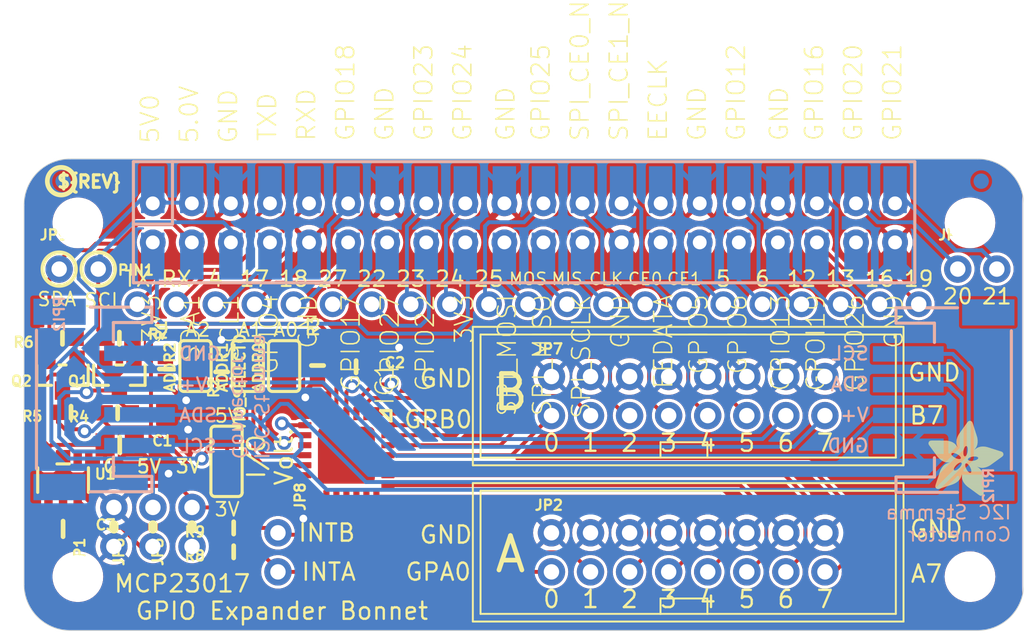
<source format=kicad_pcb>
(kicad_pcb (version 20221018) (generator pcbnew)
  (layers (0 "F.Cu" signal) (31 "B.Cu" signal) (34 "B.Paste" user) (35 "F.Paste" user) (36 "B.SilkS" user "B.Silkscreen") (37 "F.SilkS" user "F.Silkscreen") (38 "B.Mask" user) (39 "F.Mask" user) (44 "Edge.Cuts" user))
  (net 0 "")
  (net 1 "5.0V")
  (net 2 "SDA")
  (net 3 "SCL_3V")
  (net 4 "GPIO4")
  (net 5 "GPIO17")
  (net 6 "GPIO27")
  (net 7 "GPIO22")
  (net 8 "SPI_MOSI")
  (net 9 "SPI_MISO")
  (net 10 "SPI_SCLK")
  (net 11 "GPIO5")
  (net 12 "GPIO6")
  (net 13 "GPIO13")
  (net 14 "GPIO26")
  (net 15 "3.3V")
  (net 16 "GND")
  (net 17 "TXD")
  (net 18 "RXD")
  (net 19 "GPIO24")
  (net 20 "GPIO25")
  (net 21 "SPI_CE0")
  (net 22 "SPI_CE1")
  (net 23 "EECLK")
  (net 24 "GPIO16")
  (net 25 "GPIO20")
  (net 26 "GPIO23")
  (net 27 "EEDATA")
  (net 28 "GPIO12")
  (net 29 "GPA0")
  (net 30 "GPA1")
  (net 31 "GPA2")
  (net 32 "GPA3")
  (net 33 "GPA4")
  (net 34 "GPA5")
  (net 35 "GPA6")
  (net 36 "GPA7")
  (net 37 "GPB0")
  (net 38 "GPB1")
  (net 39 "GPB2")
  (net 40 "GPB3")
  (net 41 "GPB4")
  (net 42 "GPB5")
  (net 43 "GPB6")
  (net 44 "GPB7")
  (net 45 "VCCIO")
  (net 46 "INTA")
  (net 47 "INTB")
  (net 48 "A0")
  (net 49 "A1")
  (net 50 "A2")
  (net 51 "SCL")
  (net 52 "GPIO19")
  (net 53 "GPIO21")
  (net 54 "GPIO18")
  (net 55 "SDA_3V")
  (net 56 "N$1")
  (net 57 "PI_3V")
  (footprint "working:QFN28-ML_6X6MM" (layer "F.Cu") (at 136.9601 108.9388 -90)
    (fp_text reference "IC1")
    (fp_text value "MCP23017ML")
  )
  (footprint "working:SOT23-5" (layer "F.Cu") (at 118.5411 110.5548)
    (fp_text reference "U1")
    (fp_text value "")
  )
  (footprint "working:PCBFEAT-REV-040" (layer "F.Cu") (at 118.4141 91.1238)
    (fp_text reference "U$13" hide)
    (fp_text value "" hide)
  )
  (footprint "working:SOLDERJUMPER_ARROW_NOPASTE" (layer "F.Cu") (at 127.1521 103.1428 90)
    (fp_text reference "ADDR2")
    (fp_text value "")
  )
  (footprint "working:0603-NO" (layer "F.Cu") (at 128.8521 103.5238 -90)
    (fp_text reference "R2")
    (fp_text value "10K")
  )
  (footprint "working:SOT23-WIDE" (layer "F.Cu") (at 118.5011 103.7338 180)
    (fp_text reference "Q2")
    (fp_text value "BSS138")
  )
  (footprint "working:0603-NO" (layer "F.Cu") (at 135.0831 103.1078 90)
    (fp_text reference "R3")
    (fp_text value "10K")
  )
  (footprint "working:0603-NO" (layer "F.Cu") (at 129.6321 115.2198 180)
    (fp_text reference "R8")
    (fp_text value "10K")
  )
  (footprint "working:FIDUCIAL_1MM" (layer "F.Cu") (at 121.7796 90.9333)
    (fp_text reference "FID1" hide)
    (fp_text value "FIDUCIAL_1MM" hide)
  )
  (footprint "working:1X02_ROUND" (layer "F.Cu") (at 132.5111 115.2538 -90)
    (fp_text reference "JP8")
    (fp_text value "")
  )
  (footprint "working:1X02_ROUND" (layer "F.Cu") (at 126.9231 113.6028 90)
    (fp_text reference "JP3")
    (fp_text value "")
  )
  (footprint "working:1X02_ROUND" (layer "F.Cu") (at 177.9771 96.8388)
    (fp_text reference "JP5")
    (fp_text value "")
  )
  (footprint "working:PI_BONNET_2STEMMA_SMT" (layer "F.Cu") (at 116.0011 120.3338)
    (fp_text reference "RPI2")
    (fp_text value "PIBONNET_STEMMA_2STEMMA_SMTTHM")
    (fp_line (start 0 -27.6604) (end 0 -3) (stroke (width 0.05)) (layer "Edge.Cuts"))
    (fp_line (start 3 0) (end 62 0) (stroke (width 0.05)) (layer "Edge.Cuts"))
    (fp_line (start 62 -30.6604) (end 3 -30.6604) (stroke (width 0.05)) (layer "Edge.Cuts"))
    (fp_line (start 65 -3) (end 65 -27.6604) (stroke (width 0.05)) (layer "Edge.Cuts"))
    (fp_arc (start 0 -27.6604) (mid 0.87868 -29.78172) (end 3 -30.6604) (stroke (width 0.05)) (layer "Edge.Cuts"))
    (fp_arc (start 3 0) (mid 0.87868 -0.87868) (end 0 -3) (stroke (width 0.05)) (layer "Edge.Cuts"))
    (fp_arc (start 62 -30.6604) (mid 64.12132 -29.78172) (end 65 -27.6604) (stroke (width 0.05)) (layer "Edge.Cuts"))
    (fp_arc (start 65 -3) (mid 64.12132 -0.87868) (end 62 0) (stroke (width 0.05)) (layer "Edge.Cuts"))
  )
  (footprint "working:SOLDERJUMPER_ARROW_NOPASTE" (layer "F.Cu") (at 130.5521 103.1428 90)
    (fp_text reference "ADDR1")
    (fp_text value "")
  )
  (footprint "working:1X02_ROUND" (layer "F.Cu") (at 124.3831 113.6028 90)
    (fp_text reference "JP6")
    (fp_text value "")
  )
  (footprint "working:0603-NO" (layer "F.Cu") (at 129.6321 113.6658 180)
    (fp_text reference "R9")
    (fp_text value "10K")
  )
  (footprint "working:0603-NO" (layer "F.Cu") (at 125.1921 103.3348 90)
    (fp_text reference "R1")
    (fp_text value "10K")
  )
  (footprint "working:ADAFRUIT_5MM" (layer "F.Cu") (at 174.8021 111.5708)
    (fp_text reference "U$12" hide)
    (fp_text value "" hide)
  )
  (footprint "working:1X02_ROUND" (layer "F.Cu") (at 119.5571 96.8388)
    (fp_text reference "JP9")
    (fp_text value "")
  )
  (footprint "working:1X02_ROUND" (layer "F.Cu") (at 121.8431 113.6028 90)
    (fp_text reference "JP1")
    (fp_text value "")
  )
  (footprint "working:0603-NO" (layer "F.Cu") (at 122.0891 106.1868 180)
    (fp_text reference "R4")
    (fp_text value "10K")
  )
  (footprint "working:2X08_SHROUDED" (layer "F.Cu") (at 159.1811 115.2538)
    (fp_text reference "JP2")
    (fp_text value "")
  )
  (footprint "working:SOT23-WIDE" (layer "F.Cu") (at 122.2011 103.7338 180)
    (fp_text reference "Q1")
    (fp_text value "BSS138")
  )
  (footprint "working:0603-NO" (layer "F.Cu") (at 119.0571 106.1498 180)
    (fp_text reference "R5")
    (fp_text value "10K")
  )
  (footprint "working:FIDUCIAL_1MM" (layer "F.Cu") (at 175.0561 118.8098)
    (fp_text reference "FID2" hide)
    (fp_text value "FIDUCIAL_1MM" hide)
  )
  (footprint "working:0603-NO" (layer "F.Cu") (at 118.5011 101.3338 180)
    (fp_text reference "R6")
    (fp_text value "10K")
  )
  (footprint "working:2X08_SHROUDED" (layer "F.Cu") (at 159.1811 105.0938)
    (fp_text reference "JP7")
    (fp_text value "")
  )
  (footprint "working:SOLDERJUMPER_ARROW_NOPASTE" (layer "F.Cu") (at 132.9091 103.1428 90)
    (fp_text reference "ADDR0")
    (fp_text value "")
  )
  (footprint "working:0603-NO" (layer "F.Cu") (at 137.5911 103.1888)
    (fp_text reference "C2")
    (fp_text value "0.1uF")
  )
  (footprint "working:SOLDERJUMPER_2WAY_OPEN_NOPASTE" (layer "F.Cu") (at 129.1671 109.3388 -90)
    (fp_text reference "VIO_SELECT0")
    (fp_text value "")
  )
  (footprint "working:1X21_ROUND_70MIL" (layer "F.Cu") (at 148.7671 99.1248)
    (fp_text reference "PIN1")
    (fp_text value "HEADER-1X21")
  )
  (footprint "working:0603-NO" (layer "F.Cu") (at 122.2011 101.3338)
    (fp_text reference "R7")
    (fp_text value "10K")
  )
  (footprint "working:0805-NO" (layer "F.Cu") (at 118.5411 113.7298)
    (fp_text reference "C3")
    (fp_text value "10uF")
  )
  (footprint "working:0805-NO" (layer "F.Cu") (at 122.2241 108.2688)
    (fp_text reference "C1")
    (fp_text value "10uF")
  )
  (gr_line (start 126.9231 113.7298) (end 126.9231 113.4758) (stroke (width 0.6096)) (layer "F.SilkS"))
  (gr_line (start 121.8431 113.7298) (end 121.8431 113.4758) (stroke (width 0.6096)) (layer "F.SilkS"))
  (gr_line (start 124.3831 113.7298) (end 124.3831 113.4758) (stroke (width 0.6096)) (layer "F.SilkS"))
  (gr_circle (center 118.2871 96.8388) (end 119.372187 96.8388) (stroke (width 0.254)) (fill none) (layer "F.SilkS"))
  (gr_circle (center 120.8271 96.8388) (end 121.919593 96.8388) (stroke (width 0.254)) (fill none) (layer "F.SilkS"))
  (gr_text "I2C Stemma\nConnector" (at 129.4631 109.2848 -90) (layer "B.SilkS") (effects (font (size 0.89408 0.89408) (thickness 0.12192)) (justify left bottom mirror)))
  (gr_text "I2C Stemma\nConnector" (at 180.2631 114.6188) (layer "B.SilkS") (effects (font (size 0.89408 0.89408) (thickness 0.12192)) (justify left bottom mirror)))
  (gr_text "0" (at 150.2911 118.3018) (layer "F.SilkS") (effects (font (size 1.1176 1.1176) (thickness 0.1524))))
  (gr_text "6" (at 165.5311 108.1418) (layer "F.SilkS") (effects (font (size 1.1176 1.1176) (thickness 0.1524))))
  (gr_text "5" (at 161.4671 97.4738) (layer "F.SilkS") (effects (font (size 1.00584 1.00584) (thickness 0.13716))))
  (gr_text "A7" (at 174.6751 116.6508) (layer "F.SilkS") (effects (font (size 1.1176 1.1176) (thickness 0.1524))))
  (gr_text "TX" (at 123.3671 97.4738) (layer "F.SilkS") (effects (font (size 1.00584 1.00584) (thickness 0.13716))))
  (gr_text "5" (at 162.9911 118.3018) (layer "F.SilkS") (effects (font (size 1.1176 1.1176) (thickness 0.1524))))
  (gr_text "12" (at 166.5471 97.4738) (layer "F.SilkS") (effects (font (size 1.00584 1.00584) (thickness 0.13716))))
  (gr_text "6" (at 164.0071 97.4738) (layer "F.SilkS") (effects (font (size 1.00584 1.00584) (thickness 0.13716))))
  (gr_text "A2" (at 127.3041 100.7758) (layer "F.SilkS") (effects (font (size 0.89408 0.89408) (thickness 0.12192))))
  (gr_text "20" (at 176.7071 98.6168) (layer "F.SilkS") (effects (font (size 1.00584 1.00584) (thickness 0.13716))))
  (gr_text "1" (at 152.8311 118.3018) (layer "F.SilkS") (effects (font (size 1.1176 1.1176) (thickness 0.1524))))
  (gr_text "SDA" (at 118.1347 98.7946) (layer "F.SilkS") (effects (font (size 0.89408 0.89408) (thickness 0.12192))))
  (gr_text "SCL" (at 121.1573 98.8708) (layer "F.SilkS") (effects (font (size 0.89408 0.89408) (thickness 0.12192))))
  (gr_text "4" (at 128.4471 97.4738) (layer "F.SilkS") (effects (font (size 1.00584 1.00584) (thickness 0.13716))))
  (gr_text "G" (at 121.5891 109.6658) (layer "F.SilkS") (effects (font (size 0.87376 0.87376) (thickness 0.14224))))
  (gr_text "MCP23017" (at 126.2881 117.2858) (layer "F.SilkS") (effects (font (size 1.1176 1.1176) (thickness 0.1524))))
  (gr_text "MOS" (at 148.7671 97.4738) (layer "F.SilkS") (effects (font (size 0.78232 0.78232) (thickness 0.10668))))
  (gr_text "3V" (at 129.2091 112.4598) (layer "F.SilkS") (effects (font (size 0.89408 0.89408) (thickness 0.12192))))
  (gr_text "4" (at 160.4511 108.1418) (layer "F.SilkS") (effects (font (size 1.1176 1.1176) (thickness 0.1524))))
  (gr_text "I/O\nVolt." (at 132.0031 109.0308 90) (layer "F.SilkS") (effects (font (size 1.1176 1.1176) (thickness 0.1524))))
  (gr_text "B" (at 147.6241 104.8398) (layer "F.SilkS") (effects (font (size 2.2352 2.2352) (thickness 0.3048))))
  (gr_text "GPB0" (at 142.9251 106.6178) (layer "F.SilkS") (effects (font (size 1.1176 1.1176) (thickness 0.1524))))
  (gr_text "INTB" (at 135.6861 113.9838) (layer "F.SilkS") (effects (font (size 1.1176 1.1176) (thickness 0.1524))))
  (gr_text "2" (at 155.3711 118.3018) (layer "F.SilkS") (effects (font (size 1.1176 1.1176) (thickness 0.1524))))
  (gr_text "CE0" (at 156.3871 97.4738) (layer "F.SilkS") (effects (font (size 0.78232 0.78232) (thickness 0.10668))))
  (gr_text "INTA" (at 135.8131 116.5238) (layer "F.SilkS") (effects (font (size 1.1176 1.1176) (thickness 0.1524))))
  (gr_text "GND" (at 175.3101 113.7298) (layer "F.SilkS") (effects (font (size 1.1176 1.1176) (thickness 0.1524))))
  (gr_text "16" (at 171.6271 97.4738) (layer "F.SilkS") (effects (font (size 1.00584 1.00584) (thickness 0.13716))))
  (gr_text "A" (at 147.6241 115.3808) (layer "F.SilkS") (effects (font (size 2.2352 2.2352) (thickness 0.3048))))
  (gr_text "B7" (at 174.6751 106.3638) (layer "F.SilkS") (effects (font (size 1.1176 1.1176) (thickness 0.1524))))
  (gr_text "CE1" (at 158.9271 97.4738) (layer "F.SilkS") (effects (font (size 0.78232 0.78232) (thickness 0.10668))))
  (gr_text "24" (at 143.6871 97.4738) (layer "F.SilkS") (effects (font (size 1.00584 1.00584) (thickness 0.13716))))
  (gr_text "22" (at 138.6071 97.4738) (layer "F.SilkS") (effects (font (size 1.00584 1.00584) (thickness 0.13716))))
  (gr_text "3" (at 157.9111 118.3018) (layer "F.SilkS") (effects (font (size 1.1176 1.1176) (thickness 0.1524))))
  (gr_text "19" (at 174.1671 97.4738) (layer "F.SilkS") (effects (font (size 1.00584 1.00584) (thickness 0.13716))))
  (gr_text "7" (at 168.0711 118.3018) (layer "F.SilkS") (effects (font (size 1.1176 1.1176) (thickness 0.1524))))
  (gr_text "CLK" (at 153.8471 97.4738) (layer "F.SilkS") (effects (font (size 0.78232 0.78232) (thickness 0.10668))))
  (gr_text "6" (at 165.5311 118.3018) (layer "F.SilkS") (effects (font (size 1.1176 1.1176) (thickness 0.1524))))
  (gr_text "3V" (at 126.6691 109.6658) (layer "F.SilkS") (effects (font (size 0.87376 0.87376) (thickness 0.14224))))
  (gr_text "25" (at 146.2271 97.4738) (layer "F.SilkS") (effects (font (size 1.00584 1.00584) (thickness 0.13716))))
  (gr_text "17" (at 130.9871 97.4738) (layer "F.SilkS") (effects (font (size 1.00584 1.00584) (thickness 0.13716))))
  (gr_text "GND" (at 175.1831 103.5698) (layer "F.SilkS") (effects (font (size 1.1176 1.1176) (thickness 0.1524))))
  (gr_text "GPA0" (at 142.9251 116.5238) (layer "F.SilkS") (effects (font (size 1.1176 1.1176) (thickness 0.1524))))
  (gr_text "GND" (at 143.4331 114.1108) (layer "F.SilkS") (effects (font (size 1.1176 1.1176) (thickness 0.1524))))
  (gr_text "MIS" (at 151.3071 97.4738) (layer "F.SilkS") (effects (font (size 0.78232 0.78232) (thickness 0.10668))))
  (gr_text "27" (at 136.0671 97.4738) (layer "F.SilkS") (effects (font (size 1.00584 1.00584) (thickness 0.13716))))
  (gr_text "RX" (at 125.9071 97.4738) (layer "F.SilkS") (effects (font (size 1.00584 1.00584) (thickness 0.13716))))
  (gr_text "5" (at 162.9911 108.1418) (layer "F.SilkS") (effects (font (size 1.1176 1.1176) (thickness 0.1524))))
  (gr_text "23" (at 141.1471 97.4738) (layer "F.SilkS") (effects (font (size 1.00584 1.00584) (thickness 0.13716))))
  (gr_text "5V" (at 129.2091 106.3638) (layer "F.SilkS") (effects (font (size 0.89408 0.89408) (thickness 0.12192))))
  (gr_text "7" (at 168.0711 108.1418) (layer "F.SilkS") (effects (font (size 1.1176 1.1176) (thickness 0.1524))))
  (gr_text "A1" (at 130.7331 100.7758) (layer "F.SilkS") (effects (font (size 0.89408 0.89408) (thickness 0.12192))))
  (gr_text "13" (at 169.0871 97.4738) (layer "F.SilkS") (effects (font (size 1.00584 1.00584) (thickness 0.13716))))
  (gr_text "0" (at 150.2911 108.1418) (layer "F.SilkS") (effects (font (size 1.1176 1.1176) (thickness 0.1524))))
  (gr_text "4" (at 160.4511 118.3018) (layer "F.SilkS") (effects (font (size 1.1176 1.1176) (thickness 0.1524))))
  (gr_text "18" (at 133.5271 97.4738) (layer "F.SilkS") (effects (font (size 1.00584 1.00584) (thickness 0.13716))))
  (gr_text "GPIO Expander Bonnet" (at 132.7651 119.0638) (layer "F.SilkS") (effects (font (size 1.1176 1.1176) (thickness 0.1524))))
  (gr_text "A0" (at 133.0191 100.7758) (layer "F.SilkS") (effects (font (size 0.89408 0.89408) (thickness 0.12192))))
  (gr_text "5V" (at 124.1291 109.6658) (layer "F.SilkS") (effects (font (size 0.87376 0.87376) (thickness 0.14224))))
  (gr_text "1" (at 152.8311 108.1418) (layer "F.SilkS") (effects (font (size 1.1176 1.1176) (thickness 0.1524))))
  (gr_text "3" (at 157.9111 108.1418) (layer "F.SilkS") (effects (font (size 1.1176 1.1176) (thickness 0.1524))))
  (gr_text "21" (at 179.2471 98.6168) (layer "F.SilkS") (effects (font (size 1.00584 1.00584) (thickness 0.13716))))
  (gr_text "2" (at 155.3711 108.1418) (layer "F.SilkS") (effects (font (size 1.1176 1.1176) (thickness 0.1524))))
  (gr_text "GND" (at 143.4331 103.9508) (layer "F.SilkS") (effects (font (size 1.1176 1.1176) (thickness 0.1524))))
  (segment (start 119.4911 111.8549) (end 119.4911 110.8698) (width 0.254) (layer "F.Cu") (net 1))
  (segment (start 119.1761 110.5548) (end 117.7791 110.5548) (width 0.254) (layer "F.Cu") (net 1))
  (segment (start 127.5581 109.0308) (end 127.5581 109.1578) (width 0.254) (layer "F.Cu") (net 1))
  (segment (start 117.5911 110.7428) (end 117.5911 111.8549) (width 0.254) (layer "F.Cu") (net 1))
  (segment (start 117.5911 111.8549) (end 117.5911 113.7298) (width 0.254) (layer "F.Cu") (net 1))
  (segment (start 123.567312 114.8728) (end 122.348112 113.6536) (width 0.254) (layer "F.Cu") (net 1))
  (segment (start 117.7791 110.5548) (end 117.5911 110.7428) (width 0.254) (layer "F.Cu") (net 1))
  (segment (start 129.1671 107.9418) (end 128.6471 107.9418) (width 0.254) (layer "F.Cu") (net 1))
  (segment (start 121.2898 113.6536) (end 119.4911 111.8549) (width 0.254) (layer "F.Cu") (net 1))
  (segment (start 128.6471 107.9418) (end 127.5581 109.0308) (width 0.254) (layer "F.Cu") (net 1))
  (segment (start 122.348112 113.6536) (end 121.2898 113.6536) (width 0.254) (layer "F.Cu") (net 1))
  (segment (start 119.4911 110.8698) (end 119.1761 110.5548) (width 0.254) (layer "F.Cu") (net 1))
  (segment (start 124.3831 114.8728) (end 123.567312 114.8728) (width 0.254) (layer "F.Cu") (net 1))
  (via (at 127.5581 109.1578) (size 0.9064) (drill 0.5) (layers "F.Cu" "B.Cu") (net 1))
  (segment (start 121.4621 104.2048) (end 119.2396 101.9823) (width 0.254) (layer "B.Cu") (net 1))
  (segment (start 124.3707 91.6764) (end 124.2437 91.6764) (width 0.254) (layer "B.Cu") (net 1))
  (segment (start 123.6201 104.2048) (end 121.4621 104.2048) (width 0.254) (layer "B.Cu") (net 1))
  (segment (start 140.2073 108.98) (end 135.4321 104.2048) (width 0.254) (layer "B.Cu") (net 1))
  (segment (start 125.2151 92.5208) (end 126.9107 92.5208) (width 0.254) (layer "B.Cu") (net 1))
  (segment (start 124.3707 91.6764) (end 125.2151 92.5208) (width 0.254) (layer "B.Cu") (net 1))
  (segment (start 117.7791 103.4428) (end 117.7791 108.0148) (width 0.254) (layer "B.Cu") (net 1))
  (segment (start 135.4321 104.2048) (end 123.6201 104.2048) (width 0.254) (layer "B.Cu") (net 1))
  (segment (start 126.9107 92.5634) (end 126.9111 92.5638) (width 0.254) (layer "B.Cu") (net 1))
  (segment (start 123.6201 104.2048) (end 123.5111 104.3138) (width 0.254) (layer "B.Cu") (net 1))
  (segment (start 173.4911 106.3538) (end 171.3831 106.3538) (width 0.254) (layer "B.Cu") (net 1))
  (segment (start 124.2437 91.6764) (end 119.5571 96.363) (width 0.254) (layer "B.Cu") (net 1))
  (segment (start 124.3831 109.1578) (end 118.9221 109.1578) (width 0.254) (layer "B.Cu") (net 1))
  (segment (start 118.9221 109.1578) (end 117.7791 108.0148) (width 0.254) (layer "B.Cu") (net 1))
  (segment (start 126.9107 91.6764) (end 126.9107 92.5208) (width 0.254) (layer "B.Cu") (net 1))
  (segment (start 119.2396 101.9823) (end 117.7791 103.4428) (width 0.254) (layer "B.Cu") (net 1))
  (segment (start 119.5571 96.363) (end 119.5571 97.4738) (width 0.254) (layer "B.Cu") (net 1))
  (segment (start 127.5581 109.1578) (end 124.3831 109.1578) (width 0.254) (layer "B.Cu") (net 1))
  (segment (start 124.3831 109.1578) (end 124.3831 112.3328) (width 0.254) (layer "B.Cu") (net 1))
  (segment (start 168.7569 108.98) (end 140.2073 108.98) (width 0.254) (layer "B.Cu") (net 1))
  (segment (start 126.9107 92.5208) (end 126.9107 92.5634) (width 0.254) (layer "B.Cu") (net 1))
  (segment (start 124.3707 92.5634) (end 124.3711 92.5638) (width 0.254) (layer "B.Cu") (net 1))
  (segment (start 120.7001 98.6168) (end 120.7001 100.5218) (width 0.254) (layer "B.Cu") (net 1))
  (segment (start 124.3831 112.3328) (end 124.3831 114.8728) (width 0.254) (layer "B.Cu") (net 1))
  (segment (start 119.5571 97.4738) (end 120.7001 98.6168) (width 0.254) (layer "B.Cu") (net 1))
  (segment (start 120.7001 100.5218) (end 119.2396 101.9823) (width 0.254) (layer "B.Cu") (net 1))
  (segment (start 124.3707 91.6764) (end 124.3707 92.5634) (width 0.254) (layer "B.Cu") (net 1))
  (segment (start 171.3831 106.3538) (end 168.7569 108.98) (width 0.254) (layer "B.Cu") (net 1))
  (segment (start 119.8111 107.2528) (end 118.6681 107.2528) (width 0.254) (layer "F.Cu") (net 2))
  (segment (start 118.5011 105.8558) (end 118.5011 104.7338) (width 0.254) (layer "F.Cu") (net 2))
  (segment (start 119.9381 107.3798) (end 119.8111 107.2528) (width 0.254) (layer "F.Cu") (net 2))
  (segment (start 133.0405 108.1418) (end 132.9135 108.1418) (width 0.254) (layer "F.Cu") (net 2))
  (segment (start 118.2071 106.1498) (end 118.5011 105.8558) (width 0.254) (layer "F.Cu") (net 2))
  (segment (start 118.2071 106.1498) (end 118.2071 106.7918) (width 0.254) (layer "F.Cu") (net 2))
  (segment (start 133.5435 107.6388) (end 133.0405 108.1418) (width 0.254) (layer "F.Cu") (net 2))
  (segment (start 118.6681 107.2528) (end 118.2071 106.7918) (width 0.254) (layer "F.Cu") (net 2))
  (segment (start 134.2601 107.6388) (end 133.5435 107.6388) (width 0.254) (layer "F.Cu") (net 2))
  (via (at 132.9135 108.1418) (size 0.9064) (drill 0.5) (layers "F.Cu" "B.Cu") (net 2))
  (via (at 119.9381 107.3798) (size 0.9064) (drill 0.5) (layers "F.Cu" "B.Cu") (net 2))
  (segment (start 133.1461 105.6018) (end 138.2261 110.6818) (width 0.254) (layer "B.Cu") (net 2))
  (segment (start 132.6595 108.1418) (end 132.9135 108.1418) (width 0.254) (layer "B.Cu") (net 2))
  (segment (start 131.403 106.8853) (end 130.8315 106.3138) (width 0.254) (layer "B.Cu") (net 2))
  (segment (start 121.5121 106.3138) (end 120.4461 107.3798) (width 0.254) (layer "B.Cu") (net 2))
  (segment (start 174.8021 110.6818) (end 138.2261 110.6818) (width 0.254) (layer "B.Cu") (net 2))
  (segment (start 176.9611 105.2208) (end 176.0941 104.3538) (width 0.254) (layer "B.Cu") (net 2))
  (segment (start 132.6595 108.1418) (end 131.403 106.8853) (width 0.254) (layer "B.Cu") (net 2))
  (segment (start 176.9611 105.2208) (end 176.9611 108.5228) (width 0.254) (layer "B.Cu") (net 2))
  (segment (start 123.5111 106.3138) (end 121.5121 106.3138) (width 0.254) (layer "B.Cu") (net 2))
  (segment (start 120.4461 107.3798) (end 119.9381 107.3798) (width 0.254) (layer "B.Cu") (net 2))
  (segment (start 132.6865 105.6018) (end 133.1461 105.6018) (width 0.254) (layer "B.Cu") (net 2))
  (segment (start 176.9611 108.5228) (end 174.8021 110.6818) (width 0.254) (layer "B.Cu") (net 2))
  (segment (start 123.5111 106.3138) (end 130.8315 106.3138) (width 0.254) (layer "B.Cu") (net 2))
  (segment (start 176.0941 104.3538) (end 173.4911 104.3538) (width 0.254) (layer "B.Cu") (net 2))
  (segment (start 132.6865 105.6018) (end 131.403 106.8853) (width 0.254) (layer "B.Cu") (net 2))
  (segment (start 121.3511 101.3338) (end 120.8271 100.8098) (width 0.254) (layer "F.Cu") (net 3))
  (segment (start 121.3511 101.3338) (end 121.3511 102.6338) (width 0.254) (layer "F.Cu") (net 3))
  (segment (start 121.3511 102.6338) (end 121.2511 102.7338) (width 0.254) (layer "F.Cu") (net 3))
  (segment (start 120.8271 100.8098) (end 120.8271 96.8388) (width 0.254) (layer "F.Cu") (net 3))
  (segment (start 128.9551 93.7908) (end 129.4511 94.2868) (width 0.254) (layer "B.Cu") (net 3))
  (segment (start 129.4507 95.9944) (end 129.4511 95.9944) (width 0.254) (layer "B.Cu") (net 3))
  (segment (start 120.8271 96.0768) (end 120.8271 96.8388) (width 0.254) (layer "B.Cu") (net 3))
  (segment (start 128.9551 93.7908) (end 123.1131 93.7908) (width 0.254) (layer "B.Cu") (net 3))
  (segment (start 129.4511 95.9944) (end 129.4511 95.1038) (width 0.254) (layer "B.Cu") (net 3))
  (segment (start 123.1131 93.7908) (end 120.8271 96.0768) (width 0.254) (layer "B.Cu") (net 3))
  (segment (start 129.4511 94.2868) (end 129.4511 95.1038) (width 0.254) (layer "B.Cu") (net 3))
  (segment (start 131.9911 95.9944) (end 131.9911 95.1038) (width 0.254) (layer "B.Cu") (net 4))
  (segment (start 131.9907 95.9944) (end 131.9911 95.9944) (width 0.254) (layer "B.Cu") (net 4))
  (segment (start 131.9907 95.9944) (end 131.9907 96.2162) (width 0.254) (layer "B.Cu") (net 4))
  (segment (start 129.0821 99.1248) (end 128.4471 99.1248) (width 0.254) (layer "B.Cu") (net 4))
  (segment (start 131.9907 96.2162) (end 129.0821 99.1248) (width 0.254) (layer "B.Cu") (net 4))
  (segment (start 137.0711 95.1038) (end 137.0711 96.2158) (width 0.254) (layer "F.Cu") (net 5))
  (segment (start 137.0711 96.2158) (end 135.5591 97.7278) (width 0.254) (layer "F.Cu") (net 5))
  (segment (start 135.5591 97.7278) (end 132.3841 97.7278) (width 0.254) (layer "F.Cu") (net 5))
  (segment (start 132.3841 97.7278) (end 130.9871 99.1248) (width 0.254) (layer "F.Cu") (net 5))
  (segment (start 137.0707 95.9944) (end 137.0707 95.3148) (width 0.254) (layer "B.Cu") (net 5))
  (segment (start 137.0707 95.3148) (end 137.0711 95.3148) (width 0.254) (layer "B.Cu") (net 5))
  (segment (start 137.0711 95.3148) (end 137.0711 95.1038) (width 0.254) (layer "B.Cu") (net 5))
  (segment (start 139.6107 96.3432) (end 136.8291 99.1248) (width 0.254) (layer "B.Cu") (net 6))
  (segment (start 136.8291 99.1248) (end 136.0671 99.1248) (width 0.254) (layer "B.Cu") (net 6))
  (segment (start 139.6107 95.9944) (end 139.6107 96.3432) (width 0.254) (layer "B.Cu") (net 6))
  (segment (start 139.6107 95.9944) (end 139.6107 95.1038) (width 0.254) (layer "B.Cu") (net 6))
  (segment (start 139.6107 95.1038) (end 139.6111 95.1038) (width 0.254) (layer "B.Cu") (net 6))
  (segment (start 141.7821 100.5218) (end 142.3155 99.9884) (width 0.254) (layer "B.Cu") (net 7))
  (segment (start 142.1511 95.9378) (end 142.1511 95.1038) (width 0.254) (layer "B.Cu") (net 7))
  (segment (start 142.1507 95.9944) (end 142.1511 95.9944) (width 0.254) (layer "B.Cu") (net 7))
  (segment (start 142.1511 95.9944) (end 142.1511 95.9378) (width 0.254) (layer "B.Cu") (net 7))
  (segment (start 142.3155 98.640832) (end 142.2901 98.615432) (width 0.254) (layer "B.Cu") (net 7))
  (segment (start 142.3155 99.9884) (end 142.3155 98.640832) (width 0.254) (layer "B.Cu") (net 7))
  (segment (start 142.2901 96.8388) (end 142.6711 96.4578) (width 0.254) (layer "B.Cu") (net 7))
  (segment (start 138.6071 99.1248) (end 140.0041 100.5218) (width 0.254) (layer "B.Cu") (net 7))
  (segment (start 142.2901 98.615432) (end 142.2901 96.8388) (width 0.254) (layer "B.Cu") (net 7))
  (segment (start 140.0041 100.5218) (end 141.7821 100.5218) (width 0.254) (layer "B.Cu") (net 7))
  (segment (start 142.6711 96.4578) (end 142.1511 95.9378) (width 0.254) (layer "B.Cu") (net 7))
  (segment (start 147.2307 95.9944) (end 147.2307 97.5884) (width 0.254) (layer "B.Cu") (net 8))
  (segment (start 147.2307 97.5884) (end 148.7671 99.1248) (width 0.254) (layer "B.Cu") (net 8))
  (segment (start 147.2307 95.9944) (end 147.2311 95.9944) (width 0.254) (layer "B.Cu") (net 8))
  (segment (start 147.2311 95.9944) (end 147.2311 95.1038) (width 0.254) (layer "B.Cu") (net 8))
  (segment (start 149.7707 95.9944) (end 149.7707 97.5884) (width 0.254) (layer "B.Cu") (net 9))
  (segment (start 149.7707 95.9944) (end 149.7711 95.9944) (width 0.254) (layer "B.Cu") (net 9))
  (segment (start 149.7707 97.5884) (end 151.3071 99.1248) (width 0.254) (layer "B.Cu") (net 9))
  (segment (start 149.7711 95.9944) (end 149.7711 95.1038) (width 0.254) (layer "B.Cu") (net 9))
  (segment (start 152.3107 95.9944) (end 152.3107 97.5884) (width 0.254) (layer "B.Cu") (net 10))
  (segment (start 152.3107 97.5884) (end 153.8471 99.1248) (width 0.254) (layer "B.Cu") (net 10))
  (segment (start 152.3107 95.9944) (end 152.3111 95.9944) (width 0.254) (layer "B.Cu") (net 10))
  (segment (start 152.3111 95.9944) (end 152.3111 95.1038) (width 0.254) (layer "B.Cu") (net 10))
  (segment (start 159.9307 95.9944) (end 159.9307 97.5884) (width 0.254) (layer "B.Cu") (net 11))
  (segment (start 159.9307 95.1042) (end 159.9311 95.1038) (width 0.254) (layer "B.Cu") (net 11))
  (segment (start 159.9307 97.5884) (end 161.4671 99.1248) (width 0.254) (layer "B.Cu") (net 11))
  (segment (start 159.9307 95.9944) (end 159.9307 95.1042) (width 0.254) (layer "B.Cu") (net 11))
  (segment (start 162.4707 97.5884) (end 164.0071 99.1248) (width 0.254) (layer "B.Cu") (net 12))
  (segment (start 162.4707 95.9944) (end 162.4707 95.1042) (width 0.254) (layer "B.Cu") (net 12))
  (segment (start 162.4707 95.9944) (end 162.4707 97.5884) (width 0.254) (layer "B.Cu") (net 12))
  (segment (start 162.4707 95.1042) (end 162.4711 95.1038) (width 0.254) (layer "B.Cu") (net 12))
  (segment (start 165.0107 95.9944) (end 165.0107 95.1042) (width 0.254) (layer "B.Cu") (net 13))
  (segment (start 166.759725 97.9564) (end 165.0107 96.207375) (width 0.254) (layer "B.Cu") (net 13))
  (segment (start 166.759725 97.9564) (end 167.158068 97.9564) (width 0.254) (layer "B.Cu") (net 13))
  (segment (start 168.326468 99.1248) (end 167.158068 97.9564) (width 0.254) (layer "B.Cu") (net 13))
  (segment (start 168.326468 99.1248) (end 169.0871 99.1248) (width 0.254) (layer "B.Cu") (net 13))
  (segment (start 165.0107 95.1042) (end 165.0111 95.1038) (width 0.254) (layer "B.Cu") (net 13))
  (segment (start 165.0107 95.9944) (end 165.0107 96.207375) (width 0.254) (layer "B.Cu") (net 13))
  (segment (start 170.0911 95.994) (end 170.0911 95.1038) (width 0.254) (layer "B.Cu") (net 14))
  (segment (start 170.0907 95.9944) (end 170.0911 95.994) (width 0.254) (layer "B.Cu") (net 14))
  (segment (start 119.4141 103.3318) (end 119.4141 102.6968) (width 0.254) (layer "F.Cu") (net 15))
  (segment (start 126.9231 112.3328) (end 126.9231 114.8728) (width 0.254) (layer "F.Cu") (net 15))
  (segment (start 119.0491 103.6968) (end 119.4141 103.3318) (width 0.254) (layer "F.Cu") (net 15))
  (segment (start 126.0341 110.9358) (end 126.9231 111.8248) (width 0.254) (layer "F.Cu") (net 15))
  (segment (start 117.7791 108.2688) (end 121.2741 108.2688) (width 0.254) (layer "F.Cu") (net 15))
  (segment (start 126.9231 112.3328) (end 129.0401 112.3328) (width 0.254) (layer "F.Cu") (net 15))
  (segment (start 129.0401 112.3328) (end 129.1671 112.2058) (width 0.254) (layer "F.Cu") (net 15))
  (segment (start 121.2741 108.2688) (end 121.2741 108.3348) (width 0.254) (layer "F.Cu") (net 15))
  (segment (start 121.2741 108.2688) (end 121.2741 109.7318) (width 0.254) (layer "F.Cu") (net 15))
  (segment (start 128.7821 113.6658) (end 128.7821 115.2198) (width 0.254) (layer "F.Cu") (net 15))
  (segment (start 119.4141 102.6968) (end 119.4511 102.7338) (width 0.254) (layer "F.Cu") (net 15))
  (segment (start 129.1671 110.7358) (end 129.1671 112.2058) (width 0.254) (layer "F.Cu") (net 15))
  (segment (start 117.7791 103.6968) (end 119.0491 103.6968) (width 0.254) (layer "F.Cu") (net 15))
  (segment (start 117.2711 108.0148) (end 117.2711 104.2048) (width 0.254) (layer "F.Cu") (net 15))
  (segment (start 122.4781 110.9358) (end 126.0341 110.9358) (width 0.254) (layer "F.Cu") (net 15))
  (segment (start 129.1671 112.2058) (end 129.1671 113.2808) (width 0.254) (layer "F.Cu") (net 15))
  (segment (start 119.3511 101.3338) (end 119.3511 102.6338) (width 0.254) (layer "F.Cu") (net 15))
  (segment (start 117.2711 104.2048) (end 117.7791 103.6968) (width 0.254) (layer "F.Cu") (net 15))
  (segment (start 120.4141 103.6968) (end 122.1881 103.6968) (width 0.254) (layer "F.Cu") (net 15))
  (segment (start 121.2741 109.7318) (end 122.4781 110.9358) (width 0.254) (layer "F.Cu") (net 15))
  (segment (start 123.0511 101.3338) (end 123.0511 102.6338) (width 0.254) (layer "F.Cu") (net 15))
  (segment (start 117.5911 108.4568) (end 117.5911 109.2547) (width 0.254) (layer "F.Cu") (net 15))
  (segment (start 122.1881 103.6968) (end 123.1511 102.7338) (width 0.254) (layer "F.Cu") (net 15))
  (segment (start 129.1671 113.2808) (end 128.7821 113.6658) (width 0.254) (layer "F.Cu") (net 15))
  (segment (start 119.3511 102.6338) (end 119.4141 102.6968) (width 0.254) (layer "F.Cu") (net 15))
  (segment (start 117.5911 108.4568) (end 117.6521 108.3958) (width 0.254) (layer "F.Cu") (net 15))
  (segment (start 117.6521 108.3958) (end 117.2711 108.0148) (width 0.254) (layer "F.Cu") (net 15))
  (segment (start 117.6521 108.3958) (end 117.7791 108.2688) (width 0.254) (layer "F.Cu") (net 15))
  (segment (start 123.0511 102.6338) (end 123.1511 102.7338) (width 0.254) (layer "F.Cu") (net 15))
  (segment (start 119.4511 102.7338) (end 120.4141 103.6968) (width 0.254) (layer "F.Cu") (net 15))
  (segment (start 126.9231 111.8248) (end 126.9231 112.3328) (width 0.254) (layer "F.Cu") (net 15))
  (segment (start 135.8441 93.7908) (end 138.4801 93.7908) (width 0.254) (layer "F.Cu") (net 16))
  (segment (start 135.6601 106.2388) (end 135.6673 106.2316) (width 0.254) (layer "F.Cu") (net 16))
  (segment (start 135.6673 105.446457) (end 135.6673 106.2316) (width 0.254) (layer "F.Cu") (net 16))
  (segment (start 135.403843 105.183) (end 134.2891 105.183) (width 0.254) (layer "F.Cu") (net 16))
  (segment (start 140.8381 93.7908) (end 146.2271 93.7908) (width 0.254) (layer "F.Cu") (net 16))
  (segment (start 165.0111 92.5088) (end 165.0111 92.5638) (width 0.254) (layer "F.Cu") (net 16))
  (segment (start 156.1641 93.7908) (end 158.7041 93.7908) (width 0.254) (layer "F.Cu") (net 16))
  (segment (start 118.5411 112.4598) (end 119.4911 113.4098) (width 0.254) (layer "F.Cu") (net 16))
  (segment (start 146.2271 93.7908) (end 147.2311 92.7868) (width 0.254) (layer "F.Cu") (net 16))
  (segment (start 161.2441 91.2508) (end 163.7531 91.2508) (width 0.254) (layer "F.Cu") (net 16))
  (segment (start 139.6111 92.5638) (end 140.8381 93.7908) (width 0.254) (layer "F.Cu") (net 16))
  (segment (start 119.4911 113.4098) (end 119.4911 113.7298) (width 0.254) (layer "F.Cu") (net 16))
  (segment (start 154.8511 95.1038) (end 156.1641 93.7908) (width 0.254) (layer "F.Cu") (net 16))
  (segment (start 163.7531 91.2508) (end 165.0111 92.5088) (width 0.254) (layer "F.Cu") (net 16))
  (segment (start 158.7041 93.7908) (end 159.9311 92.5638) (width 0.254) (layer "F.Cu") (net 16))
  (segment (start 134.5311 95.1038) (end 135.8441 93.7908) (width 0.254) (layer "F.Cu") (net 16))
  (segment (start 139.6111 92.6598) (end 139.6111 92.5638) (width 0.254) (layer "F.Cu") (net 16))
  (segment (start 159.9311 92.5638) (end 161.2441 91.2508) (width 0.254) (layer "F.Cu") (net 16))
  (segment (start 128.8521 101.4562) (end 128.8281 101.4322) (width 0.254) (layer "F.Cu") (net 16))
  (segment (start 147.2311 92.7868) (end 147.2311 92.5638) (width 0.254) (layer "F.Cu") (net 16))
  (segment (start 128.8521 101.4562) (end 128.8521 102.6738) (width 0.254) (layer "F.Cu") (net 16))
  (segment (start 135.6673 105.446457) (end 135.403843 105.183) (width 0.254) (layer "F.Cu") (net 16))
  (segment (start 118.5411 111.8549) (end 118.5411 112.4598) (width 0.254) (layer "F.Cu") (net 16))
  (segment (start 138.4801 93.7908) (end 139.6111 92.6598) (width 0.254) (layer "F.Cu") (net 16))
  (via (at 126.6691 107.2742) (size 0.9064) (drill 0.5) (layers "F.Cu" "B.Cu") (net 16))
  (via (at 134.2891 105.183) (size 0.9064) (drill 0.5) (layers "F.Cu" "B.Cu") (net 16))
  (via (at 125.3991 110.136) (size 0.9064) (drill 0.5) (layers "F.Cu" "B.Cu") (net 16))
  (via (at 126.5421 105.3692) (size 0.9064) (drill 0.5) (layers "F.Cu" "B.Cu") (net 16))
  (via (at 140.3851 101.9402) (size 0.9064) (drill 0.5) (layers "F.Cu" "B.Cu") (net 16))
  (via (at 134.1621 113.057) (size 0.9064) (drill 0.5) (layers "F.Cu" "B.Cu") (net 16))
  (via (at 128.8281 101.4322) (size 0.9064) (drill 0.5) (layers "F.Cu" "B.Cu") (net 16))
  (segment (start 134.5311 95.9944) (end 134.5311 95.1038) (width 0.254) (layer "B.Cu") (net 16))
  (segment (start 134.5307 95.9944) (end 134.5311 95.9944) (width 0.254) (layer "B.Cu") (net 16))
  (segment (start 124.7641 97.7278) (end 123.3671 99.1248) (width 0.254) (layer "F.Cu") (net 17))
  (segment (start 127.495718 96.8896) (end 126.657518 97.7278) (width 0.254) (layer "F.Cu") (net 17))
  (segment (start 130.7331 93.8218) (end 130.7331 95.6958) (width 0.254) (layer "F.Cu") (net 17))
  (segment (start 126.657518 97.7278) (end 124.7641 97.7278) (width 0.254) (layer "F.Cu") (net 17))
  (segment (start 130.7331 95.6958) (end 129.5393 96.8896) (width 0.254) (layer "F.Cu") (net 17))
  (segment (start 129.5393 96.8896) (end 127.495718 96.8896) (width 0.254) (layer "F.Cu") (net 17))
  (segment (start 131.9911 92.5638) (end 130.7331 93.8218) (width 0.254) (layer "F.Cu") (net 17))
  (segment (start 131.9907 92.5634) (end 131.9911 92.5638) (width 0.254) (layer "B.Cu") (net 17))
  (segment (start 131.9907 91.6764) (end 131.9907 92.5634) (width 0.254) (layer "B.Cu") (net 17))
  (segment (start 131.400468 97.3468) (end 127.6851 97.3468) (width 0.254) (layer "F.Cu") (net 18))
  (segment (start 134.5311 92.5638) (end 133.2731 93.8218) (width 0.254) (layer "F.Cu") (net 18))
  (segment (start 127.6851 97.3468) (end 125.9071 99.1248) (width 0.254) (layer "F.Cu") (net 18))
  (segment (start 133.2731 95.474169) (end 131.400468 97.3468) (width 0.254) (layer "F.Cu") (net 18))
  (segment (start 133.2731 93.8218) (end 133.2731 95.474169) (width 0.254) (layer "F.Cu") (net 18))
  (segment (start 134.5307 91.6764) (end 134.9241 91.6764) (width 0.254) (layer "B.Cu") (net 18))
  (segment (start 134.9241 91.6764) (end 134.9241 92.5638) (width 0.254) (layer "B.Cu") (net 18))
  (segment (start 134.9241 92.5638) (end 134.5311 92.5638) (width 0.254) (layer "B.Cu") (net 18))
  (segment (start 143.4331 98.8708) (end 143.6871 99.1248) (width 0.254) (layer "B.Cu") (net 19))
  (segment (start 144.6907 91.6764) (end 144.6911 91.6764) (width 0.254) (layer "B.Cu") (net 19))
  (segment (start 144.6907 91.6764) (end 144.6907 92.7872) (width 0.254) (layer "B.Cu") (net 19))
  (segment (start 143.4331 94.0448) (end 143.4331 98.8708) (width 0.254) (layer "B.Cu") (net 19))
  (segment (start 144.6911 91.6764) (end 144.6911 92.5638) (width 0.254) (layer "B.Cu") (net 19))
  (segment (start 144.6907 92.7872) (end 143.4331 94.0448) (width 0.254) (layer "B.Cu") (net 19))
  (segment (start 148.5131 93.7908) (end 146.2271 93.7908) (width 0.254) (layer "B.Cu") (net 20))
  (segment (start 145.9731 98.8708) (end 146.2271 99.1248) (width 0.254) (layer "B.Cu") (net 20))
  (segment (start 146.2271 93.7908) (end 145.9731 94.0448) (width 0.254) (layer "B.Cu") (net 20))
  (segment (start 149.7711 91.6764) (end 149.7711 92.5638) (width 0.254) (layer "B.Cu") (net 20))
  (segment (start 149.7707 91.6764) (end 149.7711 91.6764) (width 0.254) (layer "B.Cu") (net 20))
  (segment (start 149.7707 91.6764) (end 149.7707 92.5332) (width 0.254) (layer "B.Cu") (net 20))
  (segment (start 149.7707 92.5332) (end 148.5131 93.7908) (width 0.254) (layer "B.Cu") (net 20))
  (segment (start 145.9731 94.0448) (end 145.9731 98.8708) (width 0.254) (layer "B.Cu") (net 20))
  (segment (start 152.3107 91.6764) (end 152.3107 93.1434) (width 0.254) (layer "B.Cu") (net 21))
  (segment (start 154.4759 97.8486) (end 155.7521 99.1248) (width 0.254) (layer "B.Cu") (net 21))
  (segment (start 153.5931 94.4258) (end 153.5931 97.489775) (width 0.254) (layer "B.Cu") (net 21))
  (segment (start 153.951925 97.8486) (end 154.4759 97.8486) (width 0.254) (layer "B.Cu") (net 21))
  (segment (start 152.3107 92.5638) (end 152.3111 92.5638) (width 0.254) (layer "B.Cu") (net 21))
  (segment (start 155.7521 99.1248) (end 156.3871 99.1248) (width 0.254) (layer "B.Cu") (net 21))
  (segment (start 153.5931 97.489775) (end 153.951925 97.8486) (width 0.254) (layer "B.Cu") (net 21))
  (segment (start 152.3107 93.1434) (end 153.5931 94.4258) (width 0.254) (layer "B.Cu") (net 21))
  (segment (start 152.3107 91.6764) (end 152.3107 92.5638) (width 0.254) (layer "B.Cu") (net 21))
  (segment (start 156.1331 97.489775) (end 156.491925 97.8486) (width 0.254) (layer "B.Cu") (net 22))
  (segment (start 156.491925 97.8486) (end 156.8889 97.8486) (width 0.254) (layer "B.Cu") (net 22))
  (segment (start 154.8507 91.6764) (end 156.1331 92.9588) (width 0.254) (layer "B.Cu") (net 22))
  (segment (start 154.8511 91.6764) (end 154.8511 92.5638) (width 0.254) (layer "B.Cu") (net 22))
  (segment (start 156.1331 92.9588) (end 156.1331 97.489775) (width 0.254) (layer "B.Cu") (net 22))
  (segment (start 154.8507 91.6764) (end 154.8511 91.6764) (width 0.254) (layer "B.Cu") (net 22))
  (segment (start 158.1651 99.1248) (end 158.9271 99.1248) (width 0.254) (layer "B.Cu") (net 22))
  (segment (start 156.8889 97.8486) (end 158.1651 99.1248) (width 0.254) (layer "B.Cu") (net 22))
  (segment (start 157.3907 91.6764) (end 157.3907 92.5634) (width 0.254) (layer "B.Cu") (net 23))
  (segment (start 157.3907 92.5634) (end 157.3911 92.5638) (width 0.254) (layer "B.Cu") (net 23))
  (segment (start 171.5001 99.2518) (end 170.9921 99.2518) (width 0.254) (layer "B.Cu") (net 24))
  (segment (start 170.9921 99.2518) (end 169.5889 97.8486) (width 0.254) (layer "B.Cu") (net 24))
  (segment (start 167.5507 91.6764) (end 168.8331 92.9588) (width 0.254) (layer "B.Cu") (net 24))
  (segment (start 167.5511 91.6768) (end 167.5511 92.5638) (width 0.254) (layer "B.Cu") (net 24))
  (segment (start 168.8331 92.9588) (end 168.8331 97.489775) (width 0.254) (layer "B.Cu") (net 24))
  (segment (start 171.6271 99.1248) (end 171.5001 99.2518) (width 0.254) (layer "B.Cu") (net 24))
  (segment (start 169.191925 97.8486) (end 169.5889 97.8486) (width 0.254) (layer "B.Cu") (net 24))
  (segment (start 167.5507 91.6764) (end 167.5511 91.6768) (width 0.254) (layer "B.Cu") (net 24))
  (segment (start 168.8331 97.489775) (end 169.191925 97.8486) (width 0.254) (layer "B.Cu") (net 24))
  (segment (start 173.7861 93.7908) (end 176.7071 96.7118) (width 0.254) (layer "B.Cu") (net 25))
  (segment (start 171.5001 93.7908) (end 173.7861 93.7908) (width 0.254) (layer "B.Cu") (net 25))
  (segment (start 176.7071 96.7118) (end 176.7071 96.8388) (width 0.254) (layer "B.Cu") (net 25))
  (segment (start 170.0907 91.6764) (end 170.0907 92.5634) (width 0.254) (layer "B.Cu") (net 25))
  (segment (start 170.0907 92.5634) (end 170.0911 92.5638) (width 0.254) (layer "B.Cu") (net 25))
  (segment (start 170.0907 91.6764) (end 170.0907 92.3814) (width 0.254) (layer "B.Cu") (net 25))
  (segment (start 170.0907 92.3814) (end 171.5001 93.7908) (width 0.254) (layer "B.Cu") (net 25))
  (segment (start 142.1507 91.6764) (end 142.1507 92.7872) (width 0.254) (layer "B.Cu") (net 26))
  (segment (start 142.1631 91.6764) (end 142.1631 92.5638) (width 0.254) (layer "B.Cu") (net 26))
  (segment (start 140.8931 94.0448) (end 140.8931 98.8708) (width 0.254) (layer "B.Cu") (net 26))
  (segment (start 142.1631 92.5638) (end 142.1511 92.5638) (width 0.254) (layer "B.Cu") (net 26))
  (segment (start 142.1507 92.7872) (end 140.8931 94.0448) (width 0.254) (layer "B.Cu") (net 26))
  (segment (start 142.1507 91.6764) (end 142.1631 91.6764) (width 0.254) (layer "B.Cu") (net 26))
  (segment (start 140.8931 98.8708) (end 141.1471 99.1248) (width 0.254) (layer "B.Cu") (net 26))
  (segment (start 157.3907 95.9944) (end 157.3907 95.1042) (width 0.254) (layer "B.Cu") (net 27))
  (segment (start 157.3907 95.1042) (end 157.3911 95.1038) (width 0.254) (layer "B.Cu") (net 27))
  (segment (start 163.7531 93.9178) (end 163.7531 97.489775) (width 0.254) (layer "B.Cu") (net 28))
  (segment (start 162.4707 91.6764) (end 162.4707 91.2384) (width 0.254) (layer "B.Cu") (net 28))
  (segment (start 166.1661 99.1248) (end 166.5471 99.1248) (width 0.254) (layer "B.Cu") (net 28))
  (segment (start 162.4707 91.2384) (end 162.4711 91.2388) (width 0.254) (layer "B.Cu") (net 28))
  (segment (start 163.7531 97.489775) (end 164.111925 97.8486) (width 0.254) (layer "B.Cu") (net 28))
  (segment (start 164.8899 97.8486) (end 166.1661 99.1248) (width 0.254) (layer "B.Cu") (net 28))
  (segment (start 164.111925 97.8486) (end 164.8899 97.8486) (width 0.254) (layer "B.Cu") (net 28))
  (segment (start 162.4711 91.2388) (end 162.4711 92.5638) (width 0.254) (layer "B.Cu") (net 28))
  (segment (start 162.4707 92.6354) (end 163.7531 93.9178) (width 0.254) (layer "B.Cu") (net 28))
  (segment (start 162.4707 91.6764) (end 162.4707 92.6354) (width 0.254) (layer "B.Cu") (net 28))
  (segment (start 136.3101 111.6388) (end 136.4299 111.7586) (width 0.254) (layer "F.Cu") (net 29))
  (segment (start 138.363556 116.5238) (end 150.2911 116.5238) (width 0.254) (layer "F.Cu") (net 29))
  (segment (start 136.4299 111.7586) (end 136.4299 114.590144) (width 0.254) (layer "F.Cu") (net 29))
  (segment (start 138.363556 116.5238) (end 136.4299 114.590144) (width 0.254) (layer "F.Cu") (net 29))
  (segment (start 151.5611 115.2538) (end 152.8311 116.5238) (width 0.254) (layer "F.Cu") (net 30))
  (segment (start 136.9601 111.6388) (end 137.0799 111.7586) (width 0.254) (layer "F.Cu") (net 30))
  (segment (start 138.124556 115.2538) (end 151.5611 115.2538) (width 0.254) (layer "F.Cu") (net 30))
  (segment (start 137.0799 111.7586) (end 137.0799 114.209144) (width 0.254) (layer "F.Cu") (net 30))
  (segment (start 138.124556 115.2538) (end 137.0799 114.209144) (width 0.254) (layer "F.Cu") (net 30))
  (segment (start 156.6411 115.2538) (end 155.3711 116.5238) (width 0.254) (layer "F.Cu") (net 31))
  (segment (start 140.2581 113.3488) (end 141.0201 112.5868) (width 0.254) (layer "F.Cu") (net 31))
  (segment (start 137.6101 112.7328) (end 138.2261 113.3488) (width 0.254) (layer "F.Cu") (net 31))
  (segment (start 156.6411 113.2218) (end 156.6411 115.2538) (width 0.254) (layer "F.Cu") (net 31))
  (segment (start 137.6101 111.6388) (end 137.6101 112.7328) (width 0.254) (layer "F.Cu") (net 31))
  (segment (start 156.0061 112.5868) (end 156.6411 113.2218) (width 0.254) (layer "F.Cu") (net 31))
  (segment (start 141.0201 112.5868) (end 156.0061 112.5868) (width 0.254) (layer "F.Cu") (net 31))
  (segment (start 138.2261 113.3488) (end 140.2581 113.3488) (width 0.254) (layer "F.Cu") (net 31))
  (segment (start 159.1811 112.9678) (end 159.1811 115.5078) (width 0.254) (layer "F.Cu") (net 32))
  (segment (start 158.1651 116.5238) (end 157.9111 116.5238) (width 0.254) (layer "F.Cu") (net 32))
  (segment (start 138.7341 112.7138) (end 140.0041 112.7138) (width 0.254) (layer "F.Cu") (net 32))
  (segment (start 138.2601 112.2398) (end 138.7341 112.7138) (width 0.254) (layer "F.Cu") (net 32))
  (segment (start 159.1811 115.5078) (end 158.1651 116.5238) (width 0.254) (layer "F.Cu") (net 32))
  (segment (start 158.3093 112.096) (end 159.1811 112.9678) (width 0.254) (layer "F.Cu") (net 32))
  (segment (start 138.2601 111.6388) (end 138.2601 112.2398) (width 0.254) (layer "F.Cu") (net 32))
  (segment (start 140.6219 112.096) (end 158.3093 112.096) (width 0.254) (layer "F.Cu") (net 32))
  (segment (start 140.0041 112.7138) (end 140.6219 112.096) (width 0.254) (layer "F.Cu") (net 32))
  (segment (start 138.9101 111.6388) (end 161.2811 111.6388) (width 0.254) (layer "F.Cu") (net 33))
  (segment (start 161.2811 111.6388) (end 161.7211 112.0788) (width 0.254) (layer "F.Cu") (net 33))
  (segment (start 161.7211 112.0788) (end 161.7211 115.2538) (width 0.254) (layer "F.Cu") (net 33))
  (segment (start 161.7211 115.2538) (end 160.4511 116.5238) (width 0.254) (layer "F.Cu") (net 33))
  (segment (start 163.1181 116.5238) (end 162.9911 116.5238) (width 0.254) (layer "F.Cu") (net 34))
  (segment (start 164.2611 112.5868) (end 162.5631 110.8888) (width 0.254) (layer "F.Cu") (net 34))
  (segment (start 164.2611 112.5868) (end 164.2611 115.3808) (width 0.254) (layer "F.Cu") (net 34))
  (segment (start 139.6601 110.8888) (end 162.5631 110.8888) (width 0.254) (layer "F.Cu") (net 34))
  (segment (start 164.2611 115.3808) (end 163.1181 116.5238) (width 0.254) (layer "F.Cu") (net 34))
  (segment (start 165.4691 110.2388) (end 166.8011 111.5708) (width 0.254) (layer "F.Cu") (net 35))
  (segment (start 139.6601 110.2388) (end 165.4691 110.2388) (width 0.254) (layer "F.Cu") (net 35))
  (segment (start 166.8011 115.2538) (end 165.5311 116.5238) (width 0.254) (layer "F.Cu") (net 35))
  (segment (start 166.8011 111.5708) (end 166.8011 115.2538) (width 0.254) (layer "F.Cu") (net 35))
  (segment (start 139.6601 109.5888) (end 166.9781 109.5888) (width 0.254) (layer "F.Cu") (net 36))
  (segment (start 169.4681 112.0788) (end 169.4681 115.7618) (width 0.254) (layer "F.Cu") (net 36))
  (segment (start 168.7061 116.5238) (end 168.0711 116.5238) (width 0.254) (layer "F.Cu") (net 36))
  (segment (start 166.9781 109.5888) (end 169.4681 112.0788) (width 0.254) (layer "F.Cu") (net 36))
  (segment (start 169.4681 115.7618) (end 168.7061 116.5238) (width 0.254) (layer "F.Cu") (net 36))
  (segment (start 147.7161 108.9388) (end 150.2911 106.3638) (width 0.254) (layer "F.Cu") (net 37))
  (segment (start 139.6601 108.9388) (end 147.7161 108.9388) (width 0.254) (layer "F.Cu") (net 37))
  (segment (start 151.5611 105.0938) (end 152.8311 106.3638) (width 0.254) (layer "F.Cu") (net 38))
  (segment (start 139.6601 108.2888) (end 146.9691 108.2888) (width 0.254) (layer "F.Cu") (net 38))
  (segment (start 146.9691 108.2888) (end 148.5131 106.7448) (width 0.254) (layer "F.Cu") (net 38))
  (segment (start 148.5131 105.6018) (end 149.0211 105.0938) (width 0.254) (layer "F.Cu") (net 38))
  (segment (start 149.0211 105.0938) (end 151.5611 105.0938) (width 0.254) (layer "F.Cu") (net 38))
  (segment (start 148.5131 106.7448) (end 148.5131 105.6018) (width 0.254) (layer "F.Cu") (net 38))
  (segment (start 153.3391 102.5538) (end 154.1011 103.3158) (width 0.254) (layer "F.Cu") (net 39))
  (segment (start 154.1011 103.3158) (end 154.1011 105.3478) (width 0.254) (layer "F.Cu") (net 39))
  (segment (start 155.1171 106.3638) (end 155.3711 106.3638) (width 0.254) (layer "F.Cu") (net 39))
  (segment (start 144.0631 107.6388) (end 149.1481 102.5538) (width 0.254) (layer "F.Cu") (net 39))
  (segment (start 154.1011 105.3478) (end 155.1171 106.3638) (width 0.254) (layer "F.Cu") (net 39))
  (segment (start 149.1481 102.5538) (end 153.3391 102.5538) (width 0.254) (layer "F.Cu") (net 39))
  (segment (start 139.6601 107.6388) (end 144.0631 107.6388) (width 0.254) (layer "F.Cu") (net 39))
  (segment (start 157.6571 106.3638) (end 157.9111 106.3638) (width 0.254) (layer "F.Cu") (net 40))
  (segment (start 139.6601 106.9888) (end 143.9511 106.9888) (width 0.254) (layer "F.Cu") (net 40))
  (segment (start 143.9511 106.9888) (end 149.0211 101.9188) (width 0.254) (layer "F.Cu") (net 40))
  (segment (start 156.6411 102.6808) (end 156.6411 105.3478) (width 0.254) (layer "F.Cu") (net 40))
  (segment (start 149.0211 101.9188) (end 155.8791 101.9188) (width 0.254) (layer "F.Cu") (net 40))
  (segment (start 156.6411 105.3478) (end 157.6571 106.3638) (width 0.254) (layer "F.Cu") (net 40))
  (segment (start 155.8791 101.9188) (end 156.6411 102.6808) (width 0.254) (layer "F.Cu") (net 40))
  (segment (start 148.831718 101.4616) (end 157.4539 101.4616) (width 0.254) (layer "F.Cu") (net 41))
  (segment (start 157.4539 101.4616) (end 159.1811 103.1888) (width 0.254) (layer "F.Cu") (net 41))
  (segment (start 144.054518 106.2388) (end 148.831718 101.4616) (width 0.254) (layer "F.Cu") (net 41))
  (segment (start 159.1811 103.1888) (end 159.1811 105.0938) (width 0.254) (layer "F.Cu") (net 41))
  (segment (start 159.1811 105.0938) (end 160.4511 106.3638) (width 0.254) (layer "F.Cu") (net 41))
  (segment (start 138.9101 106.2388) (end 144.054518 106.2388) (width 0.254) (layer "F.Cu") (net 41))
  (segment (start 161.7211 105.0938) (end 162.9911 106.3638) (width 0.254) (layer "F.Cu") (net 42))
  (segment (start 138.6071 105.2208) (end 144.425937 105.2208) (width 0.254) (layer "F.Cu") (net 42))
  (segment (start 138.2601 105.5678) (end 138.6071 105.2208) (width 0.254) (layer "F.Cu") (net 42))
  (segment (start 160.4511 100.9028) (end 161.7211 102.1728) (width 0.254) (layer "F.Cu") (net 42))
  (segment (start 138.2601 106.2388) (end 138.2601 105.5678) (width 0.254) (layer "F.Cu") (net 42))
  (segment (start 144.425937 105.2208) (end 148.743937 100.9028) (width 0.254) (layer "F.Cu") (net 42))
  (segment (start 161.7211 102.1728) (end 161.7211 105.0938) (width 0.254) (layer "F.Cu") (net 42))
  (segment (start 148.743937 100.9028) (end 160.4511 100.9028) (width 0.254) (layer "F.Cu") (net 42))
  (segment (start 137.6101 106.2388) (end 137.6029 106.2316) (width 0.254) (layer "F.Cu") (net 43))
  (segment (start 138.722518 104.3318) (end 137.6029 105.451419) (width 0.254) (layer "F.Cu") (net 43))
  (segment (start 139.8771 104.3318) (end 138.722518 104.3318) (width 0.254) (layer "F.Cu") (net 43))
  (segment (start 137.6029 105.451419) (end 137.6029 106.2316) (width 0.254) (layer "F.Cu") (net 43))
  (via (at 139.8771 104.3318) (size 0.9064) (drill 0.5) (layers "F.Cu" "B.Cu") (net 43))
  (segment (start 143.3061 107.8878) (end 139.8771 104.4588) (width 0.254) (layer "B.Cu") (net 43))
  (segment (start 164.0071 107.8878) (end 165.5311 106.3638) (width 0.254) (layer "B.Cu") (net 43))
  (segment (start 143.3061 107.8878) (end 164.0071 107.8878) (width 0.254) (layer "B.Cu") (net 43))
  (segment (start 139.8771 104.3318) (end 139.8771 104.4588) (width 0.254) (layer "B.Cu") (net 43))
  (segment (start 136.9601 106.2388) (end 136.9601 104.8358) (width 0.254) (layer "F.Cu") (net 44))
  (segment (start 137.3371 104.4588) (end 136.9601 104.8358) (width 0.254) (layer "F.Cu") (net 44))
  (via (at 137.3371 104.4588) (size 0.9064) (drill 0.5) (layers "F.Cu" "B.Cu") (net 44))
  (segment (start 137.8451 104.4588) (end 137.3371 104.4588) (width 0.254) (layer "B.Cu") (net 44))
  (segment (start 166.0391 108.3958) (end 141.7821 108.3958) (width 0.254) (layer "B.Cu") (net 44))
  (segment (start 166.0391 108.3958) (end 168.0711 106.3638) (width 0.254) (layer "B.Cu") (net 44))
  (segment (start 141.7821 108.3958) (end 137.8451 104.4588) (width 0.254) (layer "B.Cu") (net 44))
  (segment (start 136.3101 103.6198) (end 136.7411 103.1888) (width 0.254) (layer "F.Cu") (net 45))
  (segment (start 132.9091 102.1268) (end 130.5521 102.1268) (width 0.254) (layer "F.Cu") (net 45))
  (segment (start 129.1671 109.3388) (end 128.5321 109.3388) (width 0.254) (layer "F.Cu") (net 45))
  (segment (start 124.2561 107.1258) (end 121.5891 107.1258) (width 0.254) (layer "F.Cu") (net 45))
  (segment (start 127.8971 109.9738) (end 128.5321 109.3388) (width 0.254) (layer "F.Cu") (net 45))
  (segment (start 124.7641 100.3948) (end 124.2561 100.9028) (width 0.254) (layer "F.Cu") (net 45))
  (segment (start 126.6191 100.3948) (end 124.7641 100.3948) (width 0.254) (layer "F.Cu") (net 45))
  (segment (start 127.2156 100.9913) (end 126.6191 100.3948) (width 0.254) (layer "F.Cu") (net 45))
  (segment (start 124.2561 107.1258) (end 127.1041 109.9738) (width 0.254) (layer "F.Cu") (net 45))
  (segment (start 127.2156 100.9913) (end 127.1521 101.0548) (width 0.254) (layer "F.Cu") (net 45))
  (segment (start 129.8981 109.3388) (end 129.1671 109.3388) (width 0.254) (layer "F.Cu") (net 45))
  (segment (start 130.5521 100.3948) (end 127.8121 100.3948) (width 0.254) (layer "F.Cu") (net 45))
  (segment (start 135.1671 100.3948) (end 136.7681 101.9958) (width 0.254) (layer "F.Cu") (net 45))
  (segment (start 136.7681 101.9958) (end 136.7681 103.1618) (width 0.254) (layer "F.Cu") (net 45))
  (segment (start 124.2561 100.9028) (end 124.2561 107.1258) (width 0.254) (layer "F.Cu") (net 45))
  (segment (start 127.1521 101.0548) (end 127.1521 102.1268) (width 0.254) (layer "F.Cu") (net 45))
  (segment (start 121.2391 106.1868) (end 121.239081 106.1868) (width 0.254) (layer "F.Cu") (net 45))
  (segment (start 136.3101 106.2388) (end 136.3101 103.6198) (width 0.254) (layer "F.Cu") (net 45))
  (segment (start 136.7681 103.1618) (end 136.7411 103.1888) (width 0.254) (layer "F.Cu") (net 45))
  (segment (start 131.4481 110.8888) (end 129.8981 109.3388) (width 0.254) (layer "F.Cu") (net 45))
  (segment (start 121.239081 106.1868) (end 119.9071 106.1498) (width 0.254) (layer "F.Cu") (net 45))
  (segment (start 130.5521 100.3948) (end 130.5521 102.1268) (width 0.254) (layer "F.Cu") (net 45))
  (segment (start 130.5521 100.3948) (end 135.1671 100.3948) (width 0.254) (layer "F.Cu") (net 45))
  (segment (start 134.2601 110.8888) (end 131.4481 110.8888) (width 0.254) (layer "F.Cu") (net 45))
  (segment (start 127.8121 100.3948) (end 127.2156 100.9913) (width 0.254) (layer "F.Cu") (net 45))
  (segment (start 121.5891 107.1258) (end 121.239081 106.775782) (width 0.254) (layer "F.Cu") (net 45))
  (segment (start 121.239081 106.775782) (end 121.239081 106.1868) (width 0.254) (layer "F.Cu") (net 45))
  (segment (start 127.1041 109.9738) (end 127.8971 109.9738) (width 0.254) (layer "F.Cu") (net 45))
  (segment (start 135.6601 111.6388) (end 135.6601 115.2798) (width 0.254) (layer "F.Cu") (net 46))
  (segment (start 134.4161 116.5238) (end 132.6381 116.5238) (width 0.254) (layer "F.Cu") (net 46))
  (segment (start 132.6381 116.5238) (end 132.5111 116.5238) (width 0.254) (layer "F.Cu") (net 46))
  (segment (start 135.6601 115.2798) (end 134.4161 116.5238) (width 0.254) (layer "F.Cu") (net 46))
  (segment (start 131.3341 115.2198) (end 132.6381 116.5238) (width 0.254) (layer "F.Cu") (net 46))
  (segment (start 131.3341 115.2198) (end 130.4821 115.2198) (width 0.254) (layer "F.Cu") (net 46))
  (segment (start 135.0101 113.6438) (end 134.5431 114.1108) (width 0.254) (layer "F.Cu") (net 47))
  (segment (start 135.0101 111.6388) (end 135.0101 113.6438) (width 0.254) (layer "F.Cu") (net 47))
  (segment (start 132.6381 114.1108) (end 134.5431 114.1108) (width 0.254) (layer "F.Cu") (net 47))
  (segment (start 132.1931 113.6658) (end 130.4821 113.6658) (width 0.254) (layer "F.Cu") (net 47))
  (segment (start 132.5111 113.9838) (end 132.1931 113.6658) (width 0.254) (layer "F.Cu") (net 47))
  (segment (start 132.5111 113.9838) (end 132.6381 114.1108) (width 0.254) (layer "F.Cu") (net 47))
  (segment (start 135.0831 102.3586) (end 134.1259 103.3158) (width 0.254) (layer "F.Cu") (net 48))
  (segment (start 135.0831 102.3586) (end 135.0831 102.2578) (width 0.254) (layer "F.Cu") (net 48))
  (segment (start 134.2601 108.9388) (end 131.6571 108.9388) (width 0.254) (layer "F.Cu") (net 48))
  (segment (start 131.6571 108.9388) (end 131.3681 108.6498) (width 0.254) (layer "F.Cu") (net 48))
  (segment (start 134.1259 103.479) (end 133.7811 103.8238) (width 0.254) (layer "F.Cu") (net 48))
  (segment (start 133.7811 103.8238) (end 133.2441 103.8238) (width 0.254) (layer "F.Cu") (net 48))
  (segment (start 132.9091 104.1588) (end 133.2441 103.8238) (width 0.254) (layer "F.Cu") (net 48))
  (segment (start 132.4106 104.0513) (end 132.4106 104.3053) (width 0.254) (layer "F.Cu") (net 48))
  (segment (start 134.1259 103.3158) (end 134.1259 103.479) (width 0.254) (layer "F.Cu") (net 48))
  (segment (start 132.5181 104.1588) (end 132.4106 104.0513) (width 0.254) (layer "F.Cu") (net 48))
  (segment (start 132.9091 104.1588) (end 132.5181 104.1588) (width 0.254) (layer "F.Cu") (net 48))
  (segment (start 132.4106 104.3053) (end 131.3681 105.3478) (width 0.254) (layer "F.Cu") (net 48))
  (segment (start 131.3681 108.6498) (end 131.3681 105.3478) (width 0.254) (layer "F.Cu") (net 48))
  (segment (start 129.0181 104.1588) (end 128.8521 104.3248) (width 0.254) (layer "F.Cu") (net 49))
  (segment (start 130.9109 108.9546) (end 131.5451 109.5888) (width 0.254) (layer "F.Cu") (net 49))
  (segment (start 130.5521 104.1588) (end 129.0181 104.1588) (width 0.254) (layer "F.Cu") (net 49))
  (segment (start 130.5521 104.1588) (end 130.9109 104.5176) (width 0.254) (layer "F.Cu") (net 49))
  (segment (start 128.8521 104.3248) (end 128.8521 104.3738) (width 0.254) (layer "F.Cu") (net 49))
  (segment (start 131.5451 109.5888) (end 134.2601 109.5888) (width 0.254) (layer "F.Cu") (net 49))
  (segment (start 130.9109 104.5176) (end 130.9109 108.9546) (width 0.254) (layer "F.Cu") (net 49))
  (segment (start 125.7814 103.3171) (end 125.1921 102.7278) (width 0.254) (layer "F.Cu") (net 50))
  (segment (start 131.548518 110.2388) (end 134.2601 110.2388) (width 0.254) (layer "F.Cu") (net 50))
  (segment (start 127.1521 104.1588) (end 126.6231 104.1588) (width 0.254) (layer "F.Cu") (net 50))
  (segment (start 125.828875 103.3171) (end 125.7814 103.3171) (width 0.254) (layer "F.Cu") (net 50))
  (segment (start 130.4537 109.143982) (end 131.548518 110.2388) (width 0.254) (layer "F.Cu") (net 50))
  (segment (start 129.7727 105.3018) (end 127.9141 105.3018) (width 0.254) (layer "F.Cu") (net 50))
  (segment (start 127.1521 104.1588) (end 127.1521 104.5398) (width 0.254) (layer "F.Cu") (net 50))
  (segment (start 130.4537 105.9828) (end 129.7727 105.3018) (width 0.254) (layer "F.Cu") (net 50))
  (segment (start 126.6231 104.1588) (end 126.0223 103.558) (width 0.254) (layer "F.Cu") (net 50))
  (segment (start 126.0223 103.558) (end 126.0223 103.510525) (width 0.254) (layer "F.Cu") (net 50))
  (segment (start 126.0223 103.510525) (end 125.828875 103.3171) (width 0.254) (layer "F.Cu") (net 50))
  (segment (start 130.4537 105.9828) (end 130.4537 109.143982) (width 0.254) (layer "F.Cu") (net 50))
  (segment (start 127.9141 105.3018) (end 127.1521 104.5398) (width 0.254) (layer "F.Cu") (net 50))
  (segment (start 125.1921 102.7278) (end 125.1921 102.4848) (width 0.254) (layer "F.Cu") (net 50))
  (segment (start 122.3011 105.5488) (end 122.9391 106.1868) (width 0.254) (layer "F.Cu") (net 51))
  (segment (start 122.2011 104.7338) (end 122.3011 104.8338) (width 0.254) (layer "F.Cu") (net 51))
  (segment (start 122.2011 104.7338) (end 120.1711 104.7338) (width 0.254) (layer "F.Cu") (net 51))
  (segment (start 122.3011 104.8338) (end 122.3011 105.5488) (width 0.254) (layer "F.Cu") (net 51))
  (segment (start 134.2601 106.9888) (end 132.8821 106.9888) (width 0.254) (layer "F.Cu") (net 51))
  (segment (start 120.1711 104.7338) (end 120.0651 104.8398) (width 0.254) (layer "F.Cu") (net 51))
  (segment (start 132.8821 106.9888) (end 132.7651 106.8718) (width 0.254) (layer "F.Cu") (net 51))
  (via (at 132.7651 106.8718) (size 0.9064) (drill 0.5) (layers "F.Cu" "B.Cu") (net 51))
  (via (at 120.0651 104.8398) (size 0.9064) (drill 0.5) (layers "F.Cu" "B.Cu") (net 51))
  (segment (start 133.1461 106.8718) (end 134.0351 107.7608) (width 0.254) (layer "B.Cu") (net 51))
  (segment (start 118.2871 105.2208) (end 118.2871 107.7608) (width 0.254) (layer "B.Cu") (net 51))
  (segment (start 133.5271 109.0308) (end 135.6861 111.1898) (width 0.254) (layer "B.Cu") (net 51))
  (segment (start 134.0351 108.5228) (end 133.5271 109.0308) (width 0.254) (layer "B.Cu") (net 51))
  (segment (start 175.321681 111.1898) (end 177.4183 109.093182) (width 0.254) (layer "B.Cu") (net 51))
  (segment (start 123.1301 108.6948) (end 119.2211 108.6948) (width 0.254) (layer "B.Cu") (net 51))
  (segment (start 177.4183 103.392) (end 176.3801 102.3538) (width 0.254) (layer "B.Cu") (net 51))
  (segment (start 118.6681 104.8398) (end 118.2871 105.2208) (width 0.254) (layer "B.Cu") (net 51))
  (segment (start 133.5271 109.0308) (end 131.1141 109.0308) (width 0.254) (layer "B.Cu") (net 51))
  (segment (start 131.1141 109.0308) (end 130.3521 108.2688) (width 0.254) (layer "B.Cu") (net 51))
  (segment (start 175.321681 111.1898) (end 135.6861 111.1898) (width 0.254) (layer "B.Cu") (net 51))
  (segment (start 130.3521 108.2688) (end 123.5561 108.2688) (width 0.254) (layer "B.Cu") (net 51))
  (segment (start 132.7651 106.8718) (end 133.1461 106.8718) (width 0.254) (layer "B.Cu") (net 51))
  (segment (start 123.1301 108.6948) (end 123.5111 108.3138) (width 0.254) (layer "B.Cu") (net 51))
  (segment (start 176.3801 102.3538) (end 173.4911 102.3538) (width 0.254) (layer "B.Cu") (net 51))
  (segment (start 134.0351 107.7608) (end 134.0351 108.5228) (width 0.254) (layer "B.Cu") (net 51))
  (segment (start 177.4183 103.392) (end 177.4183 109.093182) (width 0.254) (layer "B.Cu") (net 51))
  (segment (start 119.2211 108.6948) (end 118.2871 107.7608) (width 0.254) (layer "B.Cu") (net 51))
  (segment (start 120.0651 104.8398) (end 118.6681 104.8398) (width 0.254) (layer "B.Cu") (net 51))
  (segment (start 123.5561 108.2688) (end 123.5111 108.3138) (width 0.254) (layer "B.Cu") (net 51))
  (segment (start 167.5511 95.1038) (end 169.7941 97.3468) (width 0.254) (layer "F.Cu") (net 52))
  (segment (start 169.7941 97.3468) (end 172.3891 97.3468) (width 0.254) (layer "F.Cu") (net 52))
  (segment (start 172.3891 97.3468) (end 174.1671 99.1248) (width 0.254) (layer "F.Cu") (net 52))
  (segment (start 167.5507 95.9944) (end 167.5511 95.994) (width 0.254) (layer "B.Cu") (net 52))
  (segment (start 167.5511 95.994) (end 167.5511 95.1038) (width 0.254) (layer "B.Cu") (net 52))
  (segment (start 179.2471 96.5848) (end 179.2471 96.8388) (width 0.254) (layer "B.Cu") (net 53))
  (segment (start 172.6307 91.6764) (end 172.6307 92.5634) (width 0.254) (layer "B.Cu") (net 53))
  (segment (start 178.257959 95.59566) (end 179.2471 96.5848) (width 0.254) (layer "B.Cu") (net 53))
  (segment (start 178.238818 95.6148) (end 178.257959 95.59566) (width 0.254) (layer "B.Cu") (net 53))
  (segment (start 172.6307 91.6764) (end 176.5691 95.6148) (width 0.254) (layer "B.Cu") (net 53))
  (segment (start 172.6307 92.5634) (end 172.6311 92.5638) (width 0.254) (layer "B.Cu") (net 53))
  (segment (start 176.5691 95.6148) (end 178.238818 95.6148) (width 0.254) (layer "B.Cu") (net 53))
  (segment (start 135.8131 97.464975) (end 134.153275 99.1248) (width 0.254) (layer "B.Cu") (net 54))
  (segment (start 137.0707 91.6764) (end 137.0707 92.7872) (width 0.254) (layer "B.Cu") (net 54))
  (segment (start 137.0707 91.6764) (end 137.0711 91.6764) (width 0.254) (layer "B.Cu") (net 54))
  (segment (start 134.153275 99.1248) (end 133.5271 99.1248) (width 0.254) (layer "B.Cu") (net 54))
  (segment (start 135.8131 94.0448) (end 135.8131 97.464975) (width 0.254) (layer "B.Cu") (net 54))
  (segment (start 137.0707 92.7872) (end 135.8131 94.0448) (width 0.254) (layer "B.Cu") (net 54))
  (segment (start 137.0711 91.6764) (end 137.0711 92.5638) (width 0.254) (layer "B.Cu") (net 54))
  (segment (start 119.0031 95.6148) (end 118.4141 96.2038) (width 0.254) (layer "F.Cu") (net 55))
  (segment (start 117.5511 101.4338) (end 117.6511 101.3338) (width 0.254) (layer "F.Cu") (net 55))
  (segment (start 125.7251 93.9178) (end 123.3671 93.9178) (width 0.254) (layer "F.Cu") (net 55))
  (segment (start 117.6511 101.3338) (end 117.6511 97.4748) (width 0.254) (layer "F.Cu") (net 55))
  (segment (start 120.665818 95.1878) (end 120.238818 95.6148) (width 0.254) (layer "F.Cu") (net 55))
  (segment (start 123.3671 93.9178) (end 122.0971 95.1878) (width 0.254) (layer "F.Cu") (net 55))
  (segment (start 117.6511 97.4748) (end 118.2871 96.8388) (width 0.254) (layer "F.Cu") (net 55))
  (segment (start 117.5511 102.7338) (end 117.5511 101.4338) (width 0.254) (layer "F.Cu") (net 55))
  (segment (start 118.4141 96.2038) (end 118.2871 96.3308) (width 0.254) (layer "F.Cu") (net 55))
  (segment (start 118.2871 96.3308) (end 118.2871 96.8388) (width 0.254) (layer "F.Cu") (net 55))
  (segment (start 125.7251 93.9178) (end 126.9111 95.1038) (width 0.254) (layer "F.Cu") (net 55))
  (segment (start 122.0971 95.1878) (end 120.665818 95.1878) (width 0.254) (layer "F.Cu") (net 55))
  (segment (start 120.238818 95.6148) (end 119.0031 95.6148) (width 0.254) (layer "F.Cu") (net 55))
  (segment (start 126.9107 95.9944) (end 126.9107 95.1042) (width 0.254) (layer "B.Cu") (net 55))
  (segment (start 126.9107 95.1042) (end 126.9111 95.1038) (width 0.254) (layer "B.Cu") (net 55))
  (segment (start 129.2091 108.3958) (end 129.2091 108.9038) (width 0.254) (layer "F.Cu") (net 56))
  (segment (start 144.0681 101.0298) (end 138.3531 101.0298) (width 0.254) (layer "B.Cu") (net 57))
  (segment (start 124.3707 95.9944) (end 124.6371 96.2608) (width 0.254) (layer "B.Cu") (net 57))
  (segment (start 144.6911 95.994) (end 144.6911 95.1038) (width 0.254) (layer "B.Cu") (net 57))
  (segment (start 124.6371 100.0138) (end 125.0181 100.3948) (width 0.254) (layer "B.Cu") (net 57))
  (segment (start 137.7181 100.3948) (end 138.3531 101.0298) (width 0.254) (layer "B.Cu") (net 57))
  (segment (start 124.3707 95.9944) (end 124.3707 95.1038) (width 0.254) (layer "B.Cu") (net 57))
  (segment (start 144.8555 96.1592) (end 144.8555 95.9872) (width 0.254) (layer "B.Cu") (net 57))
  (segment (start 124.3707 95.1042) (end 124.3711 95.1038) (width 0.254) (layer "B.Cu") (net 57))
  (segment (start 124.6371 96.2608) (end 124.6371 100.0138) (width 0.254) (layer "B.Cu") (net 57))
  (segment (start 144.8555 100.2424) (end 144.8555 96.1592) (width 0.254) (layer "B.Cu") (net 57))
  (segment (start 125.0181 100.3948) (end 137.7181 100.3948) (width 0.254) (layer "B.Cu") (net 57))
  (segment (start 144.0681 101.0298) (end 144.8555 100.2424) (width 0.254) (layer "B.Cu") (net 57))
  (segment (start 124.3707 95.9944) (end 124.3707 95.1042) (width 0.254) (layer "B.Cu") (net 57))
  (segment (start 144.8555 95.9872) (end 144.6911 95.8228) (width 0.254) (layer "B.Cu") (net 57))
  (segment (start 144.6907 95.9944) (end 144.8555 96.1592) (width 0.254) (layer "B.Cu") (net 57))
  (segment (start 124.3707 95.1038) (end 124.3711 95.1038) (width 0.254) (layer "B.Cu") (net 57))
  (segment (start 144.6907 95.9944) (end 144.6911 95.994) (width 0.254) (layer "B.Cu") (net 57))
  (zone (net 16) (net_name "GND") (layer "F.Cu") (priority 6) (connect_pads (clearance 0.000001)) (min_thickness 0.127) (fill yes (thermal_gap 0.304) (thermal_bridge_width 0.304))
    (polygon (pts (xy 180.8981 120.4608) (xy 115.8741 120.4608) (xy 115.8741 89.2188) (xy 180.8981 89.2188)))
  )
  (zone (net 16) (net_name "GND") (layer "B.Cu") (priority 6) (connect_pads (clearance 0.000001)) (min_thickness 0.127) (fill yes (thermal_gap 0.304) (thermal_bridge_width 0.304))
    (polygon (pts (xy 180.8981 120.4608) (xy 115.8741 120.4608) (xy 115.8741 89.2188) (xy 180.8981 89.2188)))
  )
)
</source>
